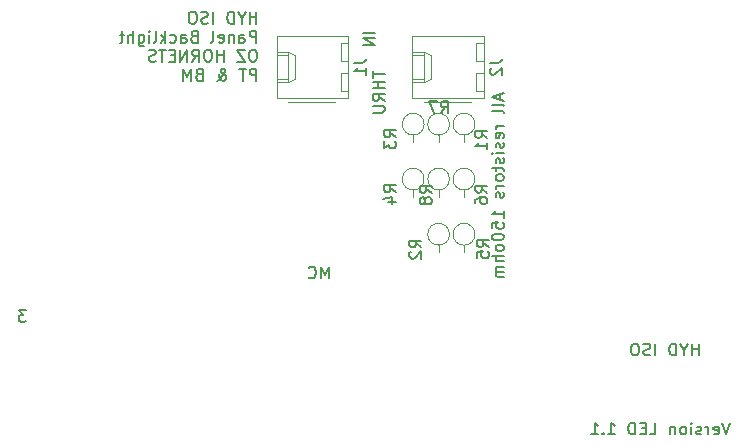
<source format=gbr>
%TF.GenerationSoftware,KiCad,Pcbnew,(6.0.7-1)-1*%
%TF.CreationDate,2023-11-12T08:24:24+10:00*%
%TF.ProjectId,HYD ISO Panel PCB V2,48594420-4953-44f2-9050-616e656c2050,rev?*%
%TF.SameCoordinates,Original*%
%TF.FileFunction,Legend,Bot*%
%TF.FilePolarity,Positive*%
%FSLAX46Y46*%
G04 Gerber Fmt 4.6, Leading zero omitted, Abs format (unit mm)*
G04 Created by KiCad (PCBNEW (6.0.7-1)-1) date 2023-11-12 08:24:24*
%MOMM*%
%LPD*%
G01*
G04 APERTURE LIST*
%ADD10C,0.150000*%
%ADD11C,0.120000*%
G04 APERTURE END LIST*
D10*
X138428571Y-95852380D02*
X138095238Y-96852380D01*
X137761904Y-95852380D01*
X137047619Y-96804761D02*
X137142857Y-96852380D01*
X137333333Y-96852380D01*
X137428571Y-96804761D01*
X137476190Y-96709523D01*
X137476190Y-96328571D01*
X137428571Y-96233333D01*
X137333333Y-96185714D01*
X137142857Y-96185714D01*
X137047619Y-96233333D01*
X137000000Y-96328571D01*
X137000000Y-96423809D01*
X137476190Y-96519047D01*
X136571428Y-96852380D02*
X136571428Y-96185714D01*
X136571428Y-96376190D02*
X136523809Y-96280952D01*
X136476190Y-96233333D01*
X136380952Y-96185714D01*
X136285714Y-96185714D01*
X136000000Y-96804761D02*
X135904761Y-96852380D01*
X135714285Y-96852380D01*
X135619047Y-96804761D01*
X135571428Y-96709523D01*
X135571428Y-96661904D01*
X135619047Y-96566666D01*
X135714285Y-96519047D01*
X135857142Y-96519047D01*
X135952380Y-96471428D01*
X136000000Y-96376190D01*
X136000000Y-96328571D01*
X135952380Y-96233333D01*
X135857142Y-96185714D01*
X135714285Y-96185714D01*
X135619047Y-96233333D01*
X135142857Y-96852380D02*
X135142857Y-96185714D01*
X135142857Y-95852380D02*
X135190476Y-95900000D01*
X135142857Y-95947619D01*
X135095238Y-95900000D01*
X135142857Y-95852380D01*
X135142857Y-95947619D01*
X134523809Y-96852380D02*
X134619047Y-96804761D01*
X134666666Y-96757142D01*
X134714285Y-96661904D01*
X134714285Y-96376190D01*
X134666666Y-96280952D01*
X134619047Y-96233333D01*
X134523809Y-96185714D01*
X134380952Y-96185714D01*
X134285714Y-96233333D01*
X134238095Y-96280952D01*
X134190476Y-96376190D01*
X134190476Y-96661904D01*
X134238095Y-96757142D01*
X134285714Y-96804761D01*
X134380952Y-96852380D01*
X134523809Y-96852380D01*
X133761904Y-96185714D02*
X133761904Y-96852380D01*
X133761904Y-96280952D02*
X133714285Y-96233333D01*
X133619047Y-96185714D01*
X133476190Y-96185714D01*
X133380952Y-96233333D01*
X133333333Y-96328571D01*
X133333333Y-96852380D01*
X131619047Y-96852380D02*
X132095238Y-96852380D01*
X132095238Y-95852380D01*
X131285714Y-96328571D02*
X130952380Y-96328571D01*
X130809523Y-96852380D02*
X131285714Y-96852380D01*
X131285714Y-95852380D01*
X130809523Y-95852380D01*
X130380952Y-96852380D02*
X130380952Y-95852380D01*
X130142857Y-95852380D01*
X130000000Y-95900000D01*
X129904761Y-95995238D01*
X129857142Y-96090476D01*
X129809523Y-96280952D01*
X129809523Y-96423809D01*
X129857142Y-96614285D01*
X129904761Y-96709523D01*
X130000000Y-96804761D01*
X130142857Y-96852380D01*
X130380952Y-96852380D01*
X128095238Y-96852380D02*
X128666666Y-96852380D01*
X128380952Y-96852380D02*
X128380952Y-95852380D01*
X128476190Y-95995238D01*
X128571428Y-96090476D01*
X128666666Y-96138095D01*
X127666666Y-96757142D02*
X127619047Y-96804761D01*
X127666666Y-96852380D01*
X127714285Y-96804761D01*
X127666666Y-96757142D01*
X127666666Y-96852380D01*
X126666666Y-96852380D02*
X127238095Y-96852380D01*
X126952380Y-96852380D02*
X126952380Y-95852380D01*
X127047619Y-95995238D01*
X127142857Y-96090476D01*
X127238095Y-96138095D01*
X108352380Y-62826190D02*
X107352380Y-62826190D01*
X108352380Y-63302380D02*
X107352380Y-63302380D01*
X108352380Y-63873809D01*
X107352380Y-63873809D01*
X108172380Y-66076666D02*
X108172380Y-66648095D01*
X109172380Y-66362380D02*
X108172380Y-66362380D01*
X109172380Y-66981428D02*
X108172380Y-66981428D01*
X108648571Y-66981428D02*
X108648571Y-67552857D01*
X109172380Y-67552857D02*
X108172380Y-67552857D01*
X109172380Y-68600476D02*
X108696190Y-68267142D01*
X109172380Y-68029047D02*
X108172380Y-68029047D01*
X108172380Y-68410000D01*
X108220000Y-68505238D01*
X108267619Y-68552857D01*
X108362857Y-68600476D01*
X108505714Y-68600476D01*
X108600952Y-68552857D01*
X108648571Y-68505238D01*
X108696190Y-68410000D01*
X108696190Y-68029047D01*
X108172380Y-69029047D02*
X108981904Y-69029047D01*
X109077142Y-69076666D01*
X109124761Y-69124285D01*
X109172380Y-69219523D01*
X109172380Y-69410000D01*
X109124761Y-69505238D01*
X109077142Y-69552857D01*
X108981904Y-69600476D01*
X108172380Y-69600476D01*
X104465333Y-83637380D02*
X104465333Y-82637380D01*
X104132000Y-83351666D01*
X103798666Y-82637380D01*
X103798666Y-83637380D01*
X102751047Y-83542142D02*
X102798666Y-83589761D01*
X102941523Y-83637380D01*
X103036761Y-83637380D01*
X103179619Y-83589761D01*
X103274857Y-83494523D01*
X103322476Y-83399285D01*
X103370095Y-83208809D01*
X103370095Y-83065952D01*
X103322476Y-82875476D01*
X103274857Y-82780238D01*
X103179619Y-82685000D01*
X103036761Y-82637380D01*
X102941523Y-82637380D01*
X102798666Y-82685000D01*
X102751047Y-82732619D01*
X135763333Y-90162380D02*
X135763333Y-89162380D01*
X135763333Y-89638571D02*
X135191904Y-89638571D01*
X135191904Y-90162380D02*
X135191904Y-89162380D01*
X134525238Y-89686190D02*
X134525238Y-90162380D01*
X134858571Y-89162380D02*
X134525238Y-89686190D01*
X134191904Y-89162380D01*
X133858571Y-90162380D02*
X133858571Y-89162380D01*
X133620476Y-89162380D01*
X133477619Y-89210000D01*
X133382380Y-89305238D01*
X133334761Y-89400476D01*
X133287142Y-89590952D01*
X133287142Y-89733809D01*
X133334761Y-89924285D01*
X133382380Y-90019523D01*
X133477619Y-90114761D01*
X133620476Y-90162380D01*
X133858571Y-90162380D01*
X132096666Y-90162380D02*
X132096666Y-89162380D01*
X131668095Y-90114761D02*
X131525238Y-90162380D01*
X131287142Y-90162380D01*
X131191904Y-90114761D01*
X131144285Y-90067142D01*
X131096666Y-89971904D01*
X131096666Y-89876666D01*
X131144285Y-89781428D01*
X131191904Y-89733809D01*
X131287142Y-89686190D01*
X131477619Y-89638571D01*
X131572857Y-89590952D01*
X131620476Y-89543333D01*
X131668095Y-89448095D01*
X131668095Y-89352857D01*
X131620476Y-89257619D01*
X131572857Y-89210000D01*
X131477619Y-89162380D01*
X131239523Y-89162380D01*
X131096666Y-89210000D01*
X130477619Y-89162380D02*
X130287142Y-89162380D01*
X130191904Y-89210000D01*
X130096666Y-89305238D01*
X130049047Y-89495714D01*
X130049047Y-89829047D01*
X130096666Y-90019523D01*
X130191904Y-90114761D01*
X130287142Y-90162380D01*
X130477619Y-90162380D01*
X130572857Y-90114761D01*
X130668095Y-90019523D01*
X130715714Y-89829047D01*
X130715714Y-89495714D01*
X130668095Y-89305238D01*
X130572857Y-89210000D01*
X130477619Y-89162380D01*
X118976666Y-68028095D02*
X118976666Y-68504285D01*
X119262380Y-67932857D02*
X118262380Y-68266190D01*
X119262380Y-68599523D01*
X119262380Y-69075714D02*
X119214761Y-68980476D01*
X119119523Y-68932857D01*
X118262380Y-68932857D01*
X119262380Y-69599523D02*
X119214761Y-69504285D01*
X119119523Y-69456666D01*
X118262380Y-69456666D01*
X119262380Y-70742380D02*
X118595714Y-70742380D01*
X118786190Y-70742380D02*
X118690952Y-70790000D01*
X118643333Y-70837619D01*
X118595714Y-70932857D01*
X118595714Y-71028095D01*
X119214761Y-71742380D02*
X119262380Y-71647142D01*
X119262380Y-71456666D01*
X119214761Y-71361428D01*
X119119523Y-71313809D01*
X118738571Y-71313809D01*
X118643333Y-71361428D01*
X118595714Y-71456666D01*
X118595714Y-71647142D01*
X118643333Y-71742380D01*
X118738571Y-71790000D01*
X118833809Y-71790000D01*
X118929047Y-71313809D01*
X119214761Y-72170952D02*
X119262380Y-72266190D01*
X119262380Y-72456666D01*
X119214761Y-72551904D01*
X119119523Y-72599523D01*
X119071904Y-72599523D01*
X118976666Y-72551904D01*
X118929047Y-72456666D01*
X118929047Y-72313809D01*
X118881428Y-72218571D01*
X118786190Y-72170952D01*
X118738571Y-72170952D01*
X118643333Y-72218571D01*
X118595714Y-72313809D01*
X118595714Y-72456666D01*
X118643333Y-72551904D01*
X119262380Y-73028095D02*
X118595714Y-73028095D01*
X118262380Y-73028095D02*
X118310000Y-72980476D01*
X118357619Y-73028095D01*
X118310000Y-73075714D01*
X118262380Y-73028095D01*
X118357619Y-73028095D01*
X119214761Y-73456666D02*
X119262380Y-73551904D01*
X119262380Y-73742380D01*
X119214761Y-73837619D01*
X119119523Y-73885238D01*
X119071904Y-73885238D01*
X118976666Y-73837619D01*
X118929047Y-73742380D01*
X118929047Y-73599523D01*
X118881428Y-73504285D01*
X118786190Y-73456666D01*
X118738571Y-73456666D01*
X118643333Y-73504285D01*
X118595714Y-73599523D01*
X118595714Y-73742380D01*
X118643333Y-73837619D01*
X118595714Y-74170952D02*
X118595714Y-74551904D01*
X118262380Y-74313809D02*
X119119523Y-74313809D01*
X119214761Y-74361428D01*
X119262380Y-74456666D01*
X119262380Y-74551904D01*
X119262380Y-75028095D02*
X119214761Y-74932857D01*
X119167142Y-74885238D01*
X119071904Y-74837619D01*
X118786190Y-74837619D01*
X118690952Y-74885238D01*
X118643333Y-74932857D01*
X118595714Y-75028095D01*
X118595714Y-75170952D01*
X118643333Y-75266190D01*
X118690952Y-75313809D01*
X118786190Y-75361428D01*
X119071904Y-75361428D01*
X119167142Y-75313809D01*
X119214761Y-75266190D01*
X119262380Y-75170952D01*
X119262380Y-75028095D01*
X119262380Y-75790000D02*
X118595714Y-75790000D01*
X118786190Y-75790000D02*
X118690952Y-75837619D01*
X118643333Y-75885238D01*
X118595714Y-75980476D01*
X118595714Y-76075714D01*
X119214761Y-76361428D02*
X119262380Y-76456666D01*
X119262380Y-76647142D01*
X119214761Y-76742380D01*
X119119523Y-76790000D01*
X119071904Y-76790000D01*
X118976666Y-76742380D01*
X118929047Y-76647142D01*
X118929047Y-76504285D01*
X118881428Y-76409047D01*
X118786190Y-76361428D01*
X118738571Y-76361428D01*
X118643333Y-76409047D01*
X118595714Y-76504285D01*
X118595714Y-76647142D01*
X118643333Y-76742380D01*
X119262380Y-78504285D02*
X119262380Y-77932857D01*
X119262380Y-78218571D02*
X118262380Y-78218571D01*
X118405238Y-78123333D01*
X118500476Y-78028095D01*
X118548095Y-77932857D01*
X118262380Y-79409047D02*
X118262380Y-78932857D01*
X118738571Y-78885238D01*
X118690952Y-78932857D01*
X118643333Y-79028095D01*
X118643333Y-79266190D01*
X118690952Y-79361428D01*
X118738571Y-79409047D01*
X118833809Y-79456666D01*
X119071904Y-79456666D01*
X119167142Y-79409047D01*
X119214761Y-79361428D01*
X119262380Y-79266190D01*
X119262380Y-79028095D01*
X119214761Y-78932857D01*
X119167142Y-78885238D01*
X118262380Y-80075714D02*
X118262380Y-80170952D01*
X118310000Y-80266190D01*
X118357619Y-80313809D01*
X118452857Y-80361428D01*
X118643333Y-80409047D01*
X118881428Y-80409047D01*
X119071904Y-80361428D01*
X119167142Y-80313809D01*
X119214761Y-80266190D01*
X119262380Y-80170952D01*
X119262380Y-80075714D01*
X119214761Y-79980476D01*
X119167142Y-79932857D01*
X119071904Y-79885238D01*
X118881428Y-79837619D01*
X118643333Y-79837619D01*
X118452857Y-79885238D01*
X118357619Y-79932857D01*
X118310000Y-79980476D01*
X118262380Y-80075714D01*
X119262380Y-80980476D02*
X119214761Y-80885238D01*
X119167142Y-80837619D01*
X119071904Y-80790000D01*
X118786190Y-80790000D01*
X118690952Y-80837619D01*
X118643333Y-80885238D01*
X118595714Y-80980476D01*
X118595714Y-81123333D01*
X118643333Y-81218571D01*
X118690952Y-81266190D01*
X118786190Y-81313809D01*
X119071904Y-81313809D01*
X119167142Y-81266190D01*
X119214761Y-81218571D01*
X119262380Y-81123333D01*
X119262380Y-80980476D01*
X119262380Y-81742380D02*
X118262380Y-81742380D01*
X119262380Y-82170952D02*
X118738571Y-82170952D01*
X118643333Y-82123333D01*
X118595714Y-82028095D01*
X118595714Y-81885238D01*
X118643333Y-81790000D01*
X118690952Y-81742380D01*
X119262380Y-82647142D02*
X118595714Y-82647142D01*
X118690952Y-82647142D02*
X118643333Y-82694761D01*
X118595714Y-82790000D01*
X118595714Y-82932857D01*
X118643333Y-83028095D01*
X118738571Y-83075714D01*
X119262380Y-83075714D01*
X118738571Y-83075714D02*
X118643333Y-83123333D01*
X118595714Y-83218571D01*
X118595714Y-83361428D01*
X118643333Y-83456666D01*
X118738571Y-83504285D01*
X119262380Y-83504285D01*
X78819333Y-86320380D02*
X78200285Y-86320380D01*
X78533619Y-86701333D01*
X78390761Y-86701333D01*
X78295523Y-86748952D01*
X78247904Y-86796571D01*
X78200285Y-86891809D01*
X78200285Y-87129904D01*
X78247904Y-87225142D01*
X78295523Y-87272761D01*
X78390761Y-87320380D01*
X78676476Y-87320380D01*
X78771714Y-87272761D01*
X78819333Y-87225142D01*
X98314404Y-62057380D02*
X98314404Y-61057380D01*
X98314404Y-61533571D02*
X97742976Y-61533571D01*
X97742976Y-62057380D02*
X97742976Y-61057380D01*
X97076309Y-61581190D02*
X97076309Y-62057380D01*
X97409642Y-61057380D02*
X97076309Y-61581190D01*
X96742976Y-61057380D01*
X96409642Y-62057380D02*
X96409642Y-61057380D01*
X96171547Y-61057380D01*
X96028690Y-61105000D01*
X95933452Y-61200238D01*
X95885833Y-61295476D01*
X95838214Y-61485952D01*
X95838214Y-61628809D01*
X95885833Y-61819285D01*
X95933452Y-61914523D01*
X96028690Y-62009761D01*
X96171547Y-62057380D01*
X96409642Y-62057380D01*
X94647738Y-62057380D02*
X94647738Y-61057380D01*
X94219166Y-62009761D02*
X94076309Y-62057380D01*
X93838214Y-62057380D01*
X93742976Y-62009761D01*
X93695357Y-61962142D01*
X93647738Y-61866904D01*
X93647738Y-61771666D01*
X93695357Y-61676428D01*
X93742976Y-61628809D01*
X93838214Y-61581190D01*
X94028690Y-61533571D01*
X94123928Y-61485952D01*
X94171547Y-61438333D01*
X94219166Y-61343095D01*
X94219166Y-61247857D01*
X94171547Y-61152619D01*
X94123928Y-61105000D01*
X94028690Y-61057380D01*
X93790595Y-61057380D01*
X93647738Y-61105000D01*
X93028690Y-61057380D02*
X92838214Y-61057380D01*
X92742976Y-61105000D01*
X92647738Y-61200238D01*
X92600119Y-61390714D01*
X92600119Y-61724047D01*
X92647738Y-61914523D01*
X92742976Y-62009761D01*
X92838214Y-62057380D01*
X93028690Y-62057380D01*
X93123928Y-62009761D01*
X93219166Y-61914523D01*
X93266785Y-61724047D01*
X93266785Y-61390714D01*
X93219166Y-61200238D01*
X93123928Y-61105000D01*
X93028690Y-61057380D01*
X98314404Y-63667380D02*
X98314404Y-62667380D01*
X97933452Y-62667380D01*
X97838214Y-62715000D01*
X97790595Y-62762619D01*
X97742976Y-62857857D01*
X97742976Y-63000714D01*
X97790595Y-63095952D01*
X97838214Y-63143571D01*
X97933452Y-63191190D01*
X98314404Y-63191190D01*
X96885833Y-63667380D02*
X96885833Y-63143571D01*
X96933452Y-63048333D01*
X97028690Y-63000714D01*
X97219166Y-63000714D01*
X97314404Y-63048333D01*
X96885833Y-63619761D02*
X96981071Y-63667380D01*
X97219166Y-63667380D01*
X97314404Y-63619761D01*
X97362023Y-63524523D01*
X97362023Y-63429285D01*
X97314404Y-63334047D01*
X97219166Y-63286428D01*
X96981071Y-63286428D01*
X96885833Y-63238809D01*
X96409642Y-63000714D02*
X96409642Y-63667380D01*
X96409642Y-63095952D02*
X96362023Y-63048333D01*
X96266785Y-63000714D01*
X96123928Y-63000714D01*
X96028690Y-63048333D01*
X95981071Y-63143571D01*
X95981071Y-63667380D01*
X95123928Y-63619761D02*
X95219166Y-63667380D01*
X95409642Y-63667380D01*
X95504880Y-63619761D01*
X95552500Y-63524523D01*
X95552500Y-63143571D01*
X95504880Y-63048333D01*
X95409642Y-63000714D01*
X95219166Y-63000714D01*
X95123928Y-63048333D01*
X95076309Y-63143571D01*
X95076309Y-63238809D01*
X95552500Y-63334047D01*
X94504880Y-63667380D02*
X94600119Y-63619761D01*
X94647738Y-63524523D01*
X94647738Y-62667380D01*
X93028690Y-63143571D02*
X92885833Y-63191190D01*
X92838214Y-63238809D01*
X92790595Y-63334047D01*
X92790595Y-63476904D01*
X92838214Y-63572142D01*
X92885833Y-63619761D01*
X92981071Y-63667380D01*
X93362023Y-63667380D01*
X93362023Y-62667380D01*
X93028690Y-62667380D01*
X92933452Y-62715000D01*
X92885833Y-62762619D01*
X92838214Y-62857857D01*
X92838214Y-62953095D01*
X92885833Y-63048333D01*
X92933452Y-63095952D01*
X93028690Y-63143571D01*
X93362023Y-63143571D01*
X91933452Y-63667380D02*
X91933452Y-63143571D01*
X91981071Y-63048333D01*
X92076309Y-63000714D01*
X92266785Y-63000714D01*
X92362023Y-63048333D01*
X91933452Y-63619761D02*
X92028690Y-63667380D01*
X92266785Y-63667380D01*
X92362023Y-63619761D01*
X92409642Y-63524523D01*
X92409642Y-63429285D01*
X92362023Y-63334047D01*
X92266785Y-63286428D01*
X92028690Y-63286428D01*
X91933452Y-63238809D01*
X91028690Y-63619761D02*
X91123928Y-63667380D01*
X91314404Y-63667380D01*
X91409642Y-63619761D01*
X91457261Y-63572142D01*
X91504880Y-63476904D01*
X91504880Y-63191190D01*
X91457261Y-63095952D01*
X91409642Y-63048333D01*
X91314404Y-63000714D01*
X91123928Y-63000714D01*
X91028690Y-63048333D01*
X90600119Y-63667380D02*
X90600119Y-62667380D01*
X90504880Y-63286428D02*
X90219166Y-63667380D01*
X90219166Y-63000714D02*
X90600119Y-63381666D01*
X89647738Y-63667380D02*
X89742976Y-63619761D01*
X89790595Y-63524523D01*
X89790595Y-62667380D01*
X89266785Y-63667380D02*
X89266785Y-63000714D01*
X89266785Y-62667380D02*
X89314404Y-62715000D01*
X89266785Y-62762619D01*
X89219166Y-62715000D01*
X89266785Y-62667380D01*
X89266785Y-62762619D01*
X88362023Y-63000714D02*
X88362023Y-63810238D01*
X88409642Y-63905476D01*
X88457261Y-63953095D01*
X88552499Y-64000714D01*
X88695357Y-64000714D01*
X88790595Y-63953095D01*
X88362023Y-63619761D02*
X88457261Y-63667380D01*
X88647738Y-63667380D01*
X88742976Y-63619761D01*
X88790595Y-63572142D01*
X88838214Y-63476904D01*
X88838214Y-63191190D01*
X88790595Y-63095952D01*
X88742976Y-63048333D01*
X88647738Y-63000714D01*
X88457261Y-63000714D01*
X88362023Y-63048333D01*
X87885833Y-63667380D02*
X87885833Y-62667380D01*
X87457261Y-63667380D02*
X87457261Y-63143571D01*
X87504880Y-63048333D01*
X87600119Y-63000714D01*
X87742976Y-63000714D01*
X87838214Y-63048333D01*
X87885833Y-63095952D01*
X87123928Y-63000714D02*
X86742976Y-63000714D01*
X86981071Y-62667380D02*
X86981071Y-63524523D01*
X86933452Y-63619761D01*
X86838214Y-63667380D01*
X86742976Y-63667380D01*
X98123928Y-64277380D02*
X97933452Y-64277380D01*
X97838214Y-64325000D01*
X97742976Y-64420238D01*
X97695357Y-64610714D01*
X97695357Y-64944047D01*
X97742976Y-65134523D01*
X97838214Y-65229761D01*
X97933452Y-65277380D01*
X98123928Y-65277380D01*
X98219166Y-65229761D01*
X98314404Y-65134523D01*
X98362023Y-64944047D01*
X98362023Y-64610714D01*
X98314404Y-64420238D01*
X98219166Y-64325000D01*
X98123928Y-64277380D01*
X97362023Y-64277380D02*
X96695357Y-64277380D01*
X97362023Y-65277380D01*
X96695357Y-65277380D01*
X95552500Y-65277380D02*
X95552500Y-64277380D01*
X95552500Y-64753571D02*
X94981071Y-64753571D01*
X94981071Y-65277380D02*
X94981071Y-64277380D01*
X94314404Y-64277380D02*
X94123928Y-64277380D01*
X94028690Y-64325000D01*
X93933452Y-64420238D01*
X93885833Y-64610714D01*
X93885833Y-64944047D01*
X93933452Y-65134523D01*
X94028690Y-65229761D01*
X94123928Y-65277380D01*
X94314404Y-65277380D01*
X94409642Y-65229761D01*
X94504880Y-65134523D01*
X94552500Y-64944047D01*
X94552500Y-64610714D01*
X94504880Y-64420238D01*
X94409642Y-64325000D01*
X94314404Y-64277380D01*
X92885833Y-65277380D02*
X93219166Y-64801190D01*
X93457261Y-65277380D02*
X93457261Y-64277380D01*
X93076309Y-64277380D01*
X92981071Y-64325000D01*
X92933452Y-64372619D01*
X92885833Y-64467857D01*
X92885833Y-64610714D01*
X92933452Y-64705952D01*
X92981071Y-64753571D01*
X93076309Y-64801190D01*
X93457261Y-64801190D01*
X92457261Y-65277380D02*
X92457261Y-64277380D01*
X91885833Y-65277380D01*
X91885833Y-64277380D01*
X91409642Y-64753571D02*
X91076309Y-64753571D01*
X90933452Y-65277380D02*
X91409642Y-65277380D01*
X91409642Y-64277380D01*
X90933452Y-64277380D01*
X90647738Y-64277380D02*
X90076309Y-64277380D01*
X90362023Y-65277380D02*
X90362023Y-64277380D01*
X89790595Y-65229761D02*
X89647738Y-65277380D01*
X89409642Y-65277380D01*
X89314404Y-65229761D01*
X89266785Y-65182142D01*
X89219166Y-65086904D01*
X89219166Y-64991666D01*
X89266785Y-64896428D01*
X89314404Y-64848809D01*
X89409642Y-64801190D01*
X89600119Y-64753571D01*
X89695357Y-64705952D01*
X89742976Y-64658333D01*
X89790595Y-64563095D01*
X89790595Y-64467857D01*
X89742976Y-64372619D01*
X89695357Y-64325000D01*
X89600119Y-64277380D01*
X89362023Y-64277380D01*
X89219166Y-64325000D01*
X98314404Y-66887380D02*
X98314404Y-65887380D01*
X97933452Y-65887380D01*
X97838214Y-65935000D01*
X97790595Y-65982619D01*
X97742976Y-66077857D01*
X97742976Y-66220714D01*
X97790595Y-66315952D01*
X97838214Y-66363571D01*
X97933452Y-66411190D01*
X98314404Y-66411190D01*
X97457261Y-65887380D02*
X96885833Y-65887380D01*
X97171547Y-66887380D02*
X97171547Y-65887380D01*
X94981071Y-66887380D02*
X95028690Y-66887380D01*
X95123928Y-66839761D01*
X95266785Y-66696904D01*
X95504880Y-66411190D01*
X95600119Y-66268333D01*
X95647738Y-66125476D01*
X95647738Y-66030238D01*
X95600119Y-65935000D01*
X95504880Y-65887380D01*
X95457261Y-65887380D01*
X95362023Y-65935000D01*
X95314404Y-66030238D01*
X95314404Y-66077857D01*
X95362023Y-66173095D01*
X95409642Y-66220714D01*
X95695357Y-66411190D01*
X95742976Y-66458809D01*
X95790595Y-66554047D01*
X95790595Y-66696904D01*
X95742976Y-66792142D01*
X95695357Y-66839761D01*
X95600119Y-66887380D01*
X95457261Y-66887380D01*
X95362023Y-66839761D01*
X95314404Y-66792142D01*
X95171547Y-66601666D01*
X95123928Y-66458809D01*
X95123928Y-66363571D01*
X93457261Y-66363571D02*
X93314404Y-66411190D01*
X93266785Y-66458809D01*
X93219166Y-66554047D01*
X93219166Y-66696904D01*
X93266785Y-66792142D01*
X93314404Y-66839761D01*
X93409642Y-66887380D01*
X93790595Y-66887380D01*
X93790595Y-65887380D01*
X93457261Y-65887380D01*
X93362023Y-65935000D01*
X93314404Y-65982619D01*
X93266785Y-66077857D01*
X93266785Y-66173095D01*
X93314404Y-66268333D01*
X93362023Y-66315952D01*
X93457261Y-66363571D01*
X93790595Y-66363571D01*
X92790595Y-66887380D02*
X92790595Y-65887380D01*
X92457261Y-66601666D01*
X92123928Y-65887380D01*
X92123928Y-66887380D01*
%TO.C,J1*%
X106591380Y-65400666D02*
X107305666Y-65400666D01*
X107448523Y-65353047D01*
X107543761Y-65257809D01*
X107591380Y-65114952D01*
X107591380Y-65019714D01*
X107591380Y-66400666D02*
X107591380Y-65829238D01*
X107591380Y-66114952D02*
X106591380Y-66114952D01*
X106734238Y-66019714D01*
X106829476Y-65924476D01*
X106877095Y-65829238D01*
%TO.C,J2*%
X118097380Y-65400666D02*
X118811666Y-65400666D01*
X118954523Y-65353047D01*
X119049761Y-65257809D01*
X119097380Y-65114952D01*
X119097380Y-65019714D01*
X118192619Y-65829238D02*
X118145000Y-65876857D01*
X118097380Y-65972095D01*
X118097380Y-66210190D01*
X118145000Y-66305428D01*
X118192619Y-66353047D01*
X118287857Y-66400666D01*
X118383095Y-66400666D01*
X118525952Y-66353047D01*
X119097380Y-65781619D01*
X119097380Y-66400666D01*
%TO.C,R1*%
X117862380Y-71753333D02*
X117386190Y-71420000D01*
X117862380Y-71181904D02*
X116862380Y-71181904D01*
X116862380Y-71562857D01*
X116910000Y-71658095D01*
X116957619Y-71705714D01*
X117052857Y-71753333D01*
X117195714Y-71753333D01*
X117290952Y-71705714D01*
X117338571Y-71658095D01*
X117386190Y-71562857D01*
X117386190Y-71181904D01*
X117862380Y-72705714D02*
X117862380Y-72134285D01*
X117862380Y-72420000D02*
X116862380Y-72420000D01*
X117005238Y-72324761D01*
X117100476Y-72229523D01*
X117148095Y-72134285D01*
%TO.C,R5*%
X117992380Y-80963333D02*
X117516190Y-80630000D01*
X117992380Y-80391904D02*
X116992380Y-80391904D01*
X116992380Y-80772857D01*
X117040000Y-80868095D01*
X117087619Y-80915714D01*
X117182857Y-80963333D01*
X117325714Y-80963333D01*
X117420952Y-80915714D01*
X117468571Y-80868095D01*
X117516190Y-80772857D01*
X117516190Y-80391904D01*
X116992380Y-81868095D02*
X116992380Y-81391904D01*
X117468571Y-81344285D01*
X117420952Y-81391904D01*
X117373333Y-81487142D01*
X117373333Y-81725238D01*
X117420952Y-81820476D01*
X117468571Y-81868095D01*
X117563809Y-81915714D01*
X117801904Y-81915714D01*
X117897142Y-81868095D01*
X117944761Y-81820476D01*
X117992380Y-81725238D01*
X117992380Y-81487142D01*
X117944761Y-81391904D01*
X117897142Y-81344285D01*
%TO.C,R6*%
X117872380Y-76373333D02*
X117396190Y-76040000D01*
X117872380Y-75801904D02*
X116872380Y-75801904D01*
X116872380Y-76182857D01*
X116920000Y-76278095D01*
X116967619Y-76325714D01*
X117062857Y-76373333D01*
X117205714Y-76373333D01*
X117300952Y-76325714D01*
X117348571Y-76278095D01*
X117396190Y-76182857D01*
X117396190Y-75801904D01*
X116872380Y-77230476D02*
X116872380Y-77040000D01*
X116920000Y-76944761D01*
X116967619Y-76897142D01*
X117110476Y-76801904D01*
X117300952Y-76754285D01*
X117681904Y-76754285D01*
X117777142Y-76801904D01*
X117824761Y-76849523D01*
X117872380Y-76944761D01*
X117872380Y-77135238D01*
X117824761Y-77230476D01*
X117777142Y-77278095D01*
X117681904Y-77325714D01*
X117443809Y-77325714D01*
X117348571Y-77278095D01*
X117300952Y-77230476D01*
X117253333Y-77135238D01*
X117253333Y-76944761D01*
X117300952Y-76849523D01*
X117348571Y-76801904D01*
X117443809Y-76754285D01*
%TO.C,R2*%
X112282380Y-81003333D02*
X111806190Y-80670000D01*
X112282380Y-80431904D02*
X111282380Y-80431904D01*
X111282380Y-80812857D01*
X111330000Y-80908095D01*
X111377619Y-80955714D01*
X111472857Y-81003333D01*
X111615714Y-81003333D01*
X111710952Y-80955714D01*
X111758571Y-80908095D01*
X111806190Y-80812857D01*
X111806190Y-80431904D01*
X111377619Y-81384285D02*
X111330000Y-81431904D01*
X111282380Y-81527142D01*
X111282380Y-81765238D01*
X111330000Y-81860476D01*
X111377619Y-81908095D01*
X111472857Y-81955714D01*
X111568095Y-81955714D01*
X111710952Y-81908095D01*
X112282380Y-81336666D01*
X112282380Y-81955714D01*
%TO.C,R3*%
X110132380Y-71683333D02*
X109656190Y-71350000D01*
X110132380Y-71111904D02*
X109132380Y-71111904D01*
X109132380Y-71492857D01*
X109180000Y-71588095D01*
X109227619Y-71635714D01*
X109322857Y-71683333D01*
X109465714Y-71683333D01*
X109560952Y-71635714D01*
X109608571Y-71588095D01*
X109656190Y-71492857D01*
X109656190Y-71111904D01*
X109132380Y-72016666D02*
X109132380Y-72635714D01*
X109513333Y-72302380D01*
X109513333Y-72445238D01*
X109560952Y-72540476D01*
X109608571Y-72588095D01*
X109703809Y-72635714D01*
X109941904Y-72635714D01*
X110037142Y-72588095D01*
X110084761Y-72540476D01*
X110132380Y-72445238D01*
X110132380Y-72159523D01*
X110084761Y-72064285D01*
X110037142Y-72016666D01*
%TO.C,R8*%
X113162380Y-76403333D02*
X112686190Y-76070000D01*
X113162380Y-75831904D02*
X112162380Y-75831904D01*
X112162380Y-76212857D01*
X112210000Y-76308095D01*
X112257619Y-76355714D01*
X112352857Y-76403333D01*
X112495714Y-76403333D01*
X112590952Y-76355714D01*
X112638571Y-76308095D01*
X112686190Y-76212857D01*
X112686190Y-75831904D01*
X112590952Y-76974761D02*
X112543333Y-76879523D01*
X112495714Y-76831904D01*
X112400476Y-76784285D01*
X112352857Y-76784285D01*
X112257619Y-76831904D01*
X112210000Y-76879523D01*
X112162380Y-76974761D01*
X112162380Y-77165238D01*
X112210000Y-77260476D01*
X112257619Y-77308095D01*
X112352857Y-77355714D01*
X112400476Y-77355714D01*
X112495714Y-77308095D01*
X112543333Y-77260476D01*
X112590952Y-77165238D01*
X112590952Y-76974761D01*
X112638571Y-76879523D01*
X112686190Y-76831904D01*
X112781428Y-76784285D01*
X112971904Y-76784285D01*
X113067142Y-76831904D01*
X113114761Y-76879523D01*
X113162380Y-76974761D01*
X113162380Y-77165238D01*
X113114761Y-77260476D01*
X113067142Y-77308095D01*
X112971904Y-77355714D01*
X112781428Y-77355714D01*
X112686190Y-77308095D01*
X112638571Y-77260476D01*
X112590952Y-77165238D01*
%TO.C,R4*%
X110132380Y-76333333D02*
X109656190Y-76000000D01*
X110132380Y-75761904D02*
X109132380Y-75761904D01*
X109132380Y-76142857D01*
X109180000Y-76238095D01*
X109227619Y-76285714D01*
X109322857Y-76333333D01*
X109465714Y-76333333D01*
X109560952Y-76285714D01*
X109608571Y-76238095D01*
X109656190Y-76142857D01*
X109656190Y-75761904D01*
X109465714Y-77190476D02*
X110132380Y-77190476D01*
X109084761Y-76952380D02*
X109799047Y-76714285D01*
X109799047Y-77333333D01*
%TO.C,R7*%
X113946666Y-69632380D02*
X114280000Y-69156190D01*
X114518095Y-69632380D02*
X114518095Y-68632380D01*
X114137142Y-68632380D01*
X114041904Y-68680000D01*
X113994285Y-68727619D01*
X113946666Y-68822857D01*
X113946666Y-68965714D01*
X113994285Y-69060952D01*
X114041904Y-69108571D01*
X114137142Y-69156190D01*
X114518095Y-69156190D01*
X113613333Y-68632380D02*
X112946666Y-68632380D01*
X113375238Y-69632380D01*
D11*
%TO.C,J1*%
X101029000Y-67004000D02*
X101559000Y-66754000D01*
X101029000Y-64464000D02*
X100029000Y-64464000D01*
X105449000Y-67804000D02*
X105449000Y-66204000D01*
X101029000Y-67004000D02*
X101029000Y-64464000D01*
X100029000Y-64714000D02*
X101029000Y-64714000D01*
X106049000Y-63084000D02*
X106049000Y-68384000D01*
X101559000Y-66754000D02*
X101559000Y-64714000D01*
X106049000Y-65264000D02*
X105449000Y-65264000D01*
X100029000Y-68384000D02*
X100029000Y-63084000D01*
X101559000Y-64714000D02*
X101029000Y-64464000D01*
X105449000Y-63664000D02*
X106049000Y-63664000D01*
X100029000Y-66754000D02*
X101029000Y-66754000D01*
X106049000Y-67804000D02*
X105449000Y-67804000D01*
X106049000Y-68384000D02*
X100029000Y-68384000D01*
X105449000Y-66204000D02*
X106049000Y-66204000D01*
X100029000Y-63084000D02*
X106049000Y-63084000D01*
X105019000Y-68674000D02*
X101019000Y-68674000D01*
X105449000Y-65264000D02*
X105449000Y-63664000D01*
X100029000Y-67004000D02*
X101029000Y-67004000D01*
%TO.C,J2*%
X117555000Y-65264000D02*
X116955000Y-65264000D01*
X117555000Y-67804000D02*
X116955000Y-67804000D01*
X117555000Y-68384000D02*
X111535000Y-68384000D01*
X113065000Y-66754000D02*
X113065000Y-64714000D01*
X111535000Y-67004000D02*
X112535000Y-67004000D01*
X113065000Y-64714000D02*
X112535000Y-64464000D01*
X116955000Y-67804000D02*
X116955000Y-66204000D01*
X112535000Y-67004000D02*
X112535000Y-64464000D01*
X112535000Y-67004000D02*
X113065000Y-66754000D01*
X116955000Y-66204000D02*
X117555000Y-66204000D01*
X111535000Y-64714000D02*
X112535000Y-64714000D01*
X111535000Y-63084000D02*
X117555000Y-63084000D01*
X112535000Y-64464000D02*
X111535000Y-64464000D01*
X116955000Y-65264000D02*
X116955000Y-63664000D01*
X116525000Y-68674000D02*
X112525000Y-68674000D01*
X116955000Y-63664000D02*
X117555000Y-63664000D01*
X117555000Y-63084000D02*
X117555000Y-68384000D01*
X111535000Y-68384000D02*
X111535000Y-63084000D01*
X111535000Y-66754000D02*
X112535000Y-66754000D01*
%TO.C,R1*%
X115900000Y-71500000D02*
X115900000Y-72120000D01*
X116820000Y-70580000D02*
G75*
G03*
X116820000Y-70580000I-920000J0D01*
G01*
%TO.C,R5*%
X115900000Y-80820000D02*
X115900000Y-81440000D01*
X116820000Y-79900000D02*
G75*
G03*
X116820000Y-79900000I-920000J0D01*
G01*
%TO.C,R6*%
X115900000Y-76150000D02*
X115900000Y-76770000D01*
X116820000Y-75230000D02*
G75*
G03*
X116820000Y-75230000I-920000J0D01*
G01*
%TO.C,R2*%
X113750000Y-80820000D02*
X113750000Y-81440000D01*
X114670000Y-79900000D02*
G75*
G03*
X114670000Y-79900000I-920000J0D01*
G01*
%TO.C,R3*%
X111600000Y-71500000D02*
X111600000Y-72120000D01*
X112520000Y-70580000D02*
G75*
G03*
X112520000Y-70580000I-920000J0D01*
G01*
%TO.C,R8*%
X113750000Y-76150000D02*
X113750000Y-76770000D01*
X114670000Y-75230000D02*
G75*
G03*
X114670000Y-75230000I-920000J0D01*
G01*
%TO.C,R4*%
X111600000Y-76150000D02*
X111600000Y-76770000D01*
X112520000Y-75230000D02*
G75*
G03*
X112520000Y-75230000I-920000J0D01*
G01*
%TO.C,R7*%
X113750000Y-71500000D02*
X113750000Y-72120000D01*
X114670000Y-70580000D02*
G75*
G03*
X114670000Y-70580000I-920000J0D01*
G01*
%TD*%
M02*

</source>
